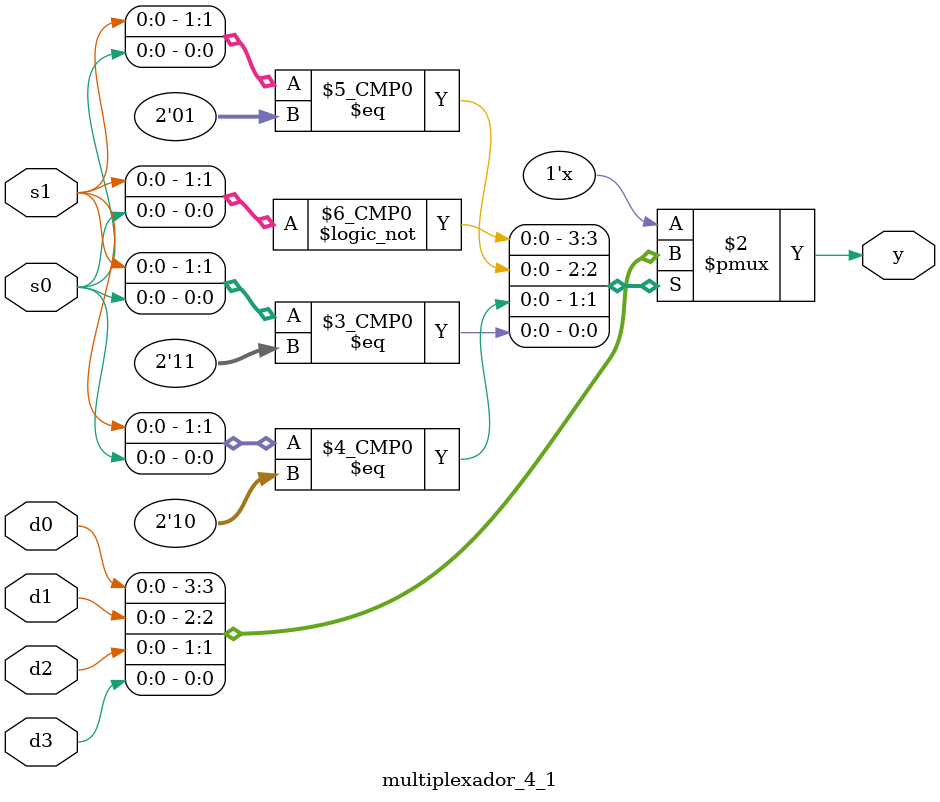
<source format=v>
module multiplexador_4_1 (
    input  wire d0,  // Entrada de dados 0
    input  wire d1,  // Entrada de dados 1
    input  wire d2,  // Entrada de dados 2
    input  wire d3,  // Entrada de dados 3
    input  wire s1,  // Seleção mais significativa
    input  wire s0,  // Seleção menos significativa
    output reg  y    // Saída do multiplexador
);
    // Lógica comportamental: escolhe uma entrada conforme {s1,s0}
    always @* begin
        // Início do bloco combinacional
        case ({s1, s0})       // Seleciona com base no vetor de seleção
            2'b00: y = d0;    // Quando s1s0 = 00 => repassa d0
            2'b01: y = d1;    // Quando s1s0 = 01 => repassa d1
            2'b10: y = d2;    // Quando s1s0 = 10 => repassa d2
            2'b11: y = d3;    // Quando s1s0 = 11 => repassa d3
            default: y = 1'b0;// Segurança (não deve ocorrer) — define 0
        endcase               // Fim do case
    end                        // Fim do bloco combinacional
endmodule                       // Fim do módulo

</source>
